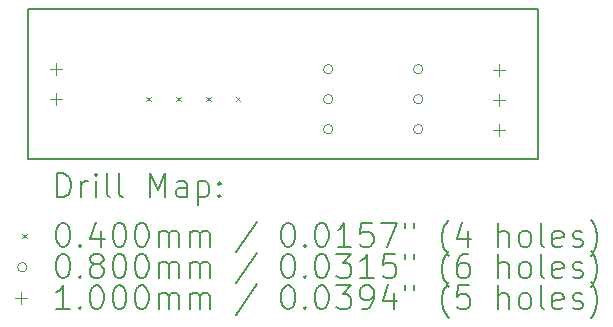
<source format=gbr>
%FSLAX45Y45*%
G04 Gerber Fmt 4.5, Leading zero omitted, Abs format (unit mm)*
G04 Created by KiCad (PCBNEW (6.0.1)) date 2022-09-12 21:50:25*
%MOMM*%
%LPD*%
G01*
G04 APERTURE LIST*
%TA.AperFunction,Profile*%
%ADD10C,0.200000*%
%TD*%
%ADD11C,0.200000*%
%ADD12C,0.040000*%
%ADD13C,0.080000*%
%ADD14C,0.100000*%
G04 APERTURE END LIST*
D10*
X11684000Y-7874000D02*
X16002000Y-7874000D01*
X16002000Y-9144000D02*
X11684000Y-9144000D01*
X11684000Y-9144000D02*
X11684000Y-7874000D01*
X16002000Y-7874000D02*
X16002000Y-9144000D01*
D11*
D12*
X12681488Y-8614512D02*
X12721488Y-8654512D01*
X12721488Y-8614512D02*
X12681488Y-8654512D01*
X12935488Y-8614512D02*
X12975488Y-8654512D01*
X12975488Y-8614512D02*
X12935488Y-8654512D01*
X13189488Y-8614512D02*
X13229488Y-8654512D01*
X13229488Y-8614512D02*
X13189488Y-8654512D01*
X13440512Y-8614512D02*
X13480512Y-8654512D01*
X13480512Y-8614512D02*
X13440512Y-8654512D01*
D13*
X14264000Y-8382000D02*
G75*
G03*
X14264000Y-8382000I-40000J0D01*
G01*
X14264000Y-8636000D02*
G75*
G03*
X14264000Y-8636000I-40000J0D01*
G01*
X14264000Y-8890000D02*
G75*
G03*
X14264000Y-8890000I-40000J0D01*
G01*
X15026000Y-8382000D02*
G75*
G03*
X15026000Y-8382000I-40000J0D01*
G01*
X15026000Y-8636000D02*
G75*
G03*
X15026000Y-8636000I-40000J0D01*
G01*
X15026000Y-8890000D02*
G75*
G03*
X15026000Y-8890000I-40000J0D01*
G01*
D14*
X11921497Y-8330657D02*
X11921497Y-8430657D01*
X11871497Y-8380657D02*
X11971497Y-8380657D01*
X11921497Y-8584657D02*
X11921497Y-8684657D01*
X11871497Y-8634657D02*
X11971497Y-8634657D01*
X15667214Y-8337629D02*
X15667214Y-8437629D01*
X15617214Y-8387629D02*
X15717214Y-8387629D01*
X15667214Y-8591629D02*
X15667214Y-8691629D01*
X15617214Y-8641629D02*
X15717214Y-8641629D01*
X15667214Y-8845629D02*
X15667214Y-8945629D01*
X15617214Y-8895629D02*
X15717214Y-8895629D01*
D11*
X11931619Y-9464476D02*
X11931619Y-9264476D01*
X11979238Y-9264476D01*
X12007809Y-9274000D01*
X12026857Y-9293048D01*
X12036381Y-9312095D01*
X12045905Y-9350190D01*
X12045905Y-9378762D01*
X12036381Y-9416857D01*
X12026857Y-9435905D01*
X12007809Y-9454952D01*
X11979238Y-9464476D01*
X11931619Y-9464476D01*
X12131619Y-9464476D02*
X12131619Y-9331143D01*
X12131619Y-9369238D02*
X12141143Y-9350190D01*
X12150667Y-9340667D01*
X12169714Y-9331143D01*
X12188762Y-9331143D01*
X12255428Y-9464476D02*
X12255428Y-9331143D01*
X12255428Y-9264476D02*
X12245905Y-9274000D01*
X12255428Y-9283524D01*
X12264952Y-9274000D01*
X12255428Y-9264476D01*
X12255428Y-9283524D01*
X12379238Y-9464476D02*
X12360190Y-9454952D01*
X12350667Y-9435905D01*
X12350667Y-9264476D01*
X12484000Y-9464476D02*
X12464952Y-9454952D01*
X12455428Y-9435905D01*
X12455428Y-9264476D01*
X12712571Y-9464476D02*
X12712571Y-9264476D01*
X12779238Y-9407333D01*
X12845905Y-9264476D01*
X12845905Y-9464476D01*
X13026857Y-9464476D02*
X13026857Y-9359714D01*
X13017333Y-9340667D01*
X12998286Y-9331143D01*
X12960190Y-9331143D01*
X12941143Y-9340667D01*
X13026857Y-9454952D02*
X13007809Y-9464476D01*
X12960190Y-9464476D01*
X12941143Y-9454952D01*
X12931619Y-9435905D01*
X12931619Y-9416857D01*
X12941143Y-9397810D01*
X12960190Y-9388286D01*
X13007809Y-9388286D01*
X13026857Y-9378762D01*
X13122095Y-9331143D02*
X13122095Y-9531143D01*
X13122095Y-9340667D02*
X13141143Y-9331143D01*
X13179238Y-9331143D01*
X13198286Y-9340667D01*
X13207809Y-9350190D01*
X13217333Y-9369238D01*
X13217333Y-9426381D01*
X13207809Y-9445429D01*
X13198286Y-9454952D01*
X13179238Y-9464476D01*
X13141143Y-9464476D01*
X13122095Y-9454952D01*
X13303048Y-9445429D02*
X13312571Y-9454952D01*
X13303048Y-9464476D01*
X13293524Y-9454952D01*
X13303048Y-9445429D01*
X13303048Y-9464476D01*
X13303048Y-9340667D02*
X13312571Y-9350190D01*
X13303048Y-9359714D01*
X13293524Y-9350190D01*
X13303048Y-9340667D01*
X13303048Y-9359714D01*
D12*
X11634000Y-9774000D02*
X11674000Y-9814000D01*
X11674000Y-9774000D02*
X11634000Y-9814000D01*
D11*
X11969714Y-9684476D02*
X11988762Y-9684476D01*
X12007809Y-9694000D01*
X12017333Y-9703524D01*
X12026857Y-9722571D01*
X12036381Y-9760667D01*
X12036381Y-9808286D01*
X12026857Y-9846381D01*
X12017333Y-9865429D01*
X12007809Y-9874952D01*
X11988762Y-9884476D01*
X11969714Y-9884476D01*
X11950667Y-9874952D01*
X11941143Y-9865429D01*
X11931619Y-9846381D01*
X11922095Y-9808286D01*
X11922095Y-9760667D01*
X11931619Y-9722571D01*
X11941143Y-9703524D01*
X11950667Y-9694000D01*
X11969714Y-9684476D01*
X12122095Y-9865429D02*
X12131619Y-9874952D01*
X12122095Y-9884476D01*
X12112571Y-9874952D01*
X12122095Y-9865429D01*
X12122095Y-9884476D01*
X12303048Y-9751143D02*
X12303048Y-9884476D01*
X12255428Y-9674952D02*
X12207809Y-9817810D01*
X12331619Y-9817810D01*
X12445905Y-9684476D02*
X12464952Y-9684476D01*
X12484000Y-9694000D01*
X12493524Y-9703524D01*
X12503048Y-9722571D01*
X12512571Y-9760667D01*
X12512571Y-9808286D01*
X12503048Y-9846381D01*
X12493524Y-9865429D01*
X12484000Y-9874952D01*
X12464952Y-9884476D01*
X12445905Y-9884476D01*
X12426857Y-9874952D01*
X12417333Y-9865429D01*
X12407809Y-9846381D01*
X12398286Y-9808286D01*
X12398286Y-9760667D01*
X12407809Y-9722571D01*
X12417333Y-9703524D01*
X12426857Y-9694000D01*
X12445905Y-9684476D01*
X12636381Y-9684476D02*
X12655428Y-9684476D01*
X12674476Y-9694000D01*
X12684000Y-9703524D01*
X12693524Y-9722571D01*
X12703048Y-9760667D01*
X12703048Y-9808286D01*
X12693524Y-9846381D01*
X12684000Y-9865429D01*
X12674476Y-9874952D01*
X12655428Y-9884476D01*
X12636381Y-9884476D01*
X12617333Y-9874952D01*
X12607809Y-9865429D01*
X12598286Y-9846381D01*
X12588762Y-9808286D01*
X12588762Y-9760667D01*
X12598286Y-9722571D01*
X12607809Y-9703524D01*
X12617333Y-9694000D01*
X12636381Y-9684476D01*
X12788762Y-9884476D02*
X12788762Y-9751143D01*
X12788762Y-9770190D02*
X12798286Y-9760667D01*
X12817333Y-9751143D01*
X12845905Y-9751143D01*
X12864952Y-9760667D01*
X12874476Y-9779714D01*
X12874476Y-9884476D01*
X12874476Y-9779714D02*
X12884000Y-9760667D01*
X12903048Y-9751143D01*
X12931619Y-9751143D01*
X12950667Y-9760667D01*
X12960190Y-9779714D01*
X12960190Y-9884476D01*
X13055428Y-9884476D02*
X13055428Y-9751143D01*
X13055428Y-9770190D02*
X13064952Y-9760667D01*
X13084000Y-9751143D01*
X13112571Y-9751143D01*
X13131619Y-9760667D01*
X13141143Y-9779714D01*
X13141143Y-9884476D01*
X13141143Y-9779714D02*
X13150667Y-9760667D01*
X13169714Y-9751143D01*
X13198286Y-9751143D01*
X13217333Y-9760667D01*
X13226857Y-9779714D01*
X13226857Y-9884476D01*
X13617333Y-9674952D02*
X13445905Y-9932095D01*
X13874476Y-9684476D02*
X13893524Y-9684476D01*
X13912571Y-9694000D01*
X13922095Y-9703524D01*
X13931619Y-9722571D01*
X13941143Y-9760667D01*
X13941143Y-9808286D01*
X13931619Y-9846381D01*
X13922095Y-9865429D01*
X13912571Y-9874952D01*
X13893524Y-9884476D01*
X13874476Y-9884476D01*
X13855428Y-9874952D01*
X13845905Y-9865429D01*
X13836381Y-9846381D01*
X13826857Y-9808286D01*
X13826857Y-9760667D01*
X13836381Y-9722571D01*
X13845905Y-9703524D01*
X13855428Y-9694000D01*
X13874476Y-9684476D01*
X14026857Y-9865429D02*
X14036381Y-9874952D01*
X14026857Y-9884476D01*
X14017333Y-9874952D01*
X14026857Y-9865429D01*
X14026857Y-9884476D01*
X14160190Y-9684476D02*
X14179238Y-9684476D01*
X14198286Y-9694000D01*
X14207809Y-9703524D01*
X14217333Y-9722571D01*
X14226857Y-9760667D01*
X14226857Y-9808286D01*
X14217333Y-9846381D01*
X14207809Y-9865429D01*
X14198286Y-9874952D01*
X14179238Y-9884476D01*
X14160190Y-9884476D01*
X14141143Y-9874952D01*
X14131619Y-9865429D01*
X14122095Y-9846381D01*
X14112571Y-9808286D01*
X14112571Y-9760667D01*
X14122095Y-9722571D01*
X14131619Y-9703524D01*
X14141143Y-9694000D01*
X14160190Y-9684476D01*
X14417333Y-9884476D02*
X14303048Y-9884476D01*
X14360190Y-9884476D02*
X14360190Y-9684476D01*
X14341143Y-9713048D01*
X14322095Y-9732095D01*
X14303048Y-9741619D01*
X14598286Y-9684476D02*
X14503048Y-9684476D01*
X14493524Y-9779714D01*
X14503048Y-9770190D01*
X14522095Y-9760667D01*
X14569714Y-9760667D01*
X14588762Y-9770190D01*
X14598286Y-9779714D01*
X14607809Y-9798762D01*
X14607809Y-9846381D01*
X14598286Y-9865429D01*
X14588762Y-9874952D01*
X14569714Y-9884476D01*
X14522095Y-9884476D01*
X14503048Y-9874952D01*
X14493524Y-9865429D01*
X14674476Y-9684476D02*
X14807809Y-9684476D01*
X14722095Y-9884476D01*
X14874476Y-9684476D02*
X14874476Y-9722571D01*
X14950667Y-9684476D02*
X14950667Y-9722571D01*
X15245905Y-9960667D02*
X15236381Y-9951143D01*
X15217333Y-9922571D01*
X15207809Y-9903524D01*
X15198286Y-9874952D01*
X15188762Y-9827333D01*
X15188762Y-9789238D01*
X15198286Y-9741619D01*
X15207809Y-9713048D01*
X15217333Y-9694000D01*
X15236381Y-9665429D01*
X15245905Y-9655905D01*
X15407809Y-9751143D02*
X15407809Y-9884476D01*
X15360190Y-9674952D02*
X15312571Y-9817810D01*
X15436381Y-9817810D01*
X15664952Y-9884476D02*
X15664952Y-9684476D01*
X15750667Y-9884476D02*
X15750667Y-9779714D01*
X15741143Y-9760667D01*
X15722095Y-9751143D01*
X15693524Y-9751143D01*
X15674476Y-9760667D01*
X15664952Y-9770190D01*
X15874476Y-9884476D02*
X15855428Y-9874952D01*
X15845905Y-9865429D01*
X15836381Y-9846381D01*
X15836381Y-9789238D01*
X15845905Y-9770190D01*
X15855428Y-9760667D01*
X15874476Y-9751143D01*
X15903048Y-9751143D01*
X15922095Y-9760667D01*
X15931619Y-9770190D01*
X15941143Y-9789238D01*
X15941143Y-9846381D01*
X15931619Y-9865429D01*
X15922095Y-9874952D01*
X15903048Y-9884476D01*
X15874476Y-9884476D01*
X16055428Y-9884476D02*
X16036381Y-9874952D01*
X16026857Y-9855905D01*
X16026857Y-9684476D01*
X16207809Y-9874952D02*
X16188762Y-9884476D01*
X16150667Y-9884476D01*
X16131619Y-9874952D01*
X16122095Y-9855905D01*
X16122095Y-9779714D01*
X16131619Y-9760667D01*
X16150667Y-9751143D01*
X16188762Y-9751143D01*
X16207809Y-9760667D01*
X16217333Y-9779714D01*
X16217333Y-9798762D01*
X16122095Y-9817810D01*
X16293524Y-9874952D02*
X16312571Y-9884476D01*
X16350667Y-9884476D01*
X16369714Y-9874952D01*
X16379238Y-9855905D01*
X16379238Y-9846381D01*
X16369714Y-9827333D01*
X16350667Y-9817810D01*
X16322095Y-9817810D01*
X16303048Y-9808286D01*
X16293524Y-9789238D01*
X16293524Y-9779714D01*
X16303048Y-9760667D01*
X16322095Y-9751143D01*
X16350667Y-9751143D01*
X16369714Y-9760667D01*
X16445905Y-9960667D02*
X16455428Y-9951143D01*
X16474476Y-9922571D01*
X16484000Y-9903524D01*
X16493524Y-9874952D01*
X16503048Y-9827333D01*
X16503048Y-9789238D01*
X16493524Y-9741619D01*
X16484000Y-9713048D01*
X16474476Y-9694000D01*
X16455428Y-9665429D01*
X16445905Y-9655905D01*
D13*
X11674000Y-10058000D02*
G75*
G03*
X11674000Y-10058000I-40000J0D01*
G01*
D11*
X11969714Y-9948476D02*
X11988762Y-9948476D01*
X12007809Y-9958000D01*
X12017333Y-9967524D01*
X12026857Y-9986571D01*
X12036381Y-10024667D01*
X12036381Y-10072286D01*
X12026857Y-10110381D01*
X12017333Y-10129429D01*
X12007809Y-10138952D01*
X11988762Y-10148476D01*
X11969714Y-10148476D01*
X11950667Y-10138952D01*
X11941143Y-10129429D01*
X11931619Y-10110381D01*
X11922095Y-10072286D01*
X11922095Y-10024667D01*
X11931619Y-9986571D01*
X11941143Y-9967524D01*
X11950667Y-9958000D01*
X11969714Y-9948476D01*
X12122095Y-10129429D02*
X12131619Y-10138952D01*
X12122095Y-10148476D01*
X12112571Y-10138952D01*
X12122095Y-10129429D01*
X12122095Y-10148476D01*
X12245905Y-10034190D02*
X12226857Y-10024667D01*
X12217333Y-10015143D01*
X12207809Y-9996095D01*
X12207809Y-9986571D01*
X12217333Y-9967524D01*
X12226857Y-9958000D01*
X12245905Y-9948476D01*
X12284000Y-9948476D01*
X12303048Y-9958000D01*
X12312571Y-9967524D01*
X12322095Y-9986571D01*
X12322095Y-9996095D01*
X12312571Y-10015143D01*
X12303048Y-10024667D01*
X12284000Y-10034190D01*
X12245905Y-10034190D01*
X12226857Y-10043714D01*
X12217333Y-10053238D01*
X12207809Y-10072286D01*
X12207809Y-10110381D01*
X12217333Y-10129429D01*
X12226857Y-10138952D01*
X12245905Y-10148476D01*
X12284000Y-10148476D01*
X12303048Y-10138952D01*
X12312571Y-10129429D01*
X12322095Y-10110381D01*
X12322095Y-10072286D01*
X12312571Y-10053238D01*
X12303048Y-10043714D01*
X12284000Y-10034190D01*
X12445905Y-9948476D02*
X12464952Y-9948476D01*
X12484000Y-9958000D01*
X12493524Y-9967524D01*
X12503048Y-9986571D01*
X12512571Y-10024667D01*
X12512571Y-10072286D01*
X12503048Y-10110381D01*
X12493524Y-10129429D01*
X12484000Y-10138952D01*
X12464952Y-10148476D01*
X12445905Y-10148476D01*
X12426857Y-10138952D01*
X12417333Y-10129429D01*
X12407809Y-10110381D01*
X12398286Y-10072286D01*
X12398286Y-10024667D01*
X12407809Y-9986571D01*
X12417333Y-9967524D01*
X12426857Y-9958000D01*
X12445905Y-9948476D01*
X12636381Y-9948476D02*
X12655428Y-9948476D01*
X12674476Y-9958000D01*
X12684000Y-9967524D01*
X12693524Y-9986571D01*
X12703048Y-10024667D01*
X12703048Y-10072286D01*
X12693524Y-10110381D01*
X12684000Y-10129429D01*
X12674476Y-10138952D01*
X12655428Y-10148476D01*
X12636381Y-10148476D01*
X12617333Y-10138952D01*
X12607809Y-10129429D01*
X12598286Y-10110381D01*
X12588762Y-10072286D01*
X12588762Y-10024667D01*
X12598286Y-9986571D01*
X12607809Y-9967524D01*
X12617333Y-9958000D01*
X12636381Y-9948476D01*
X12788762Y-10148476D02*
X12788762Y-10015143D01*
X12788762Y-10034190D02*
X12798286Y-10024667D01*
X12817333Y-10015143D01*
X12845905Y-10015143D01*
X12864952Y-10024667D01*
X12874476Y-10043714D01*
X12874476Y-10148476D01*
X12874476Y-10043714D02*
X12884000Y-10024667D01*
X12903048Y-10015143D01*
X12931619Y-10015143D01*
X12950667Y-10024667D01*
X12960190Y-10043714D01*
X12960190Y-10148476D01*
X13055428Y-10148476D02*
X13055428Y-10015143D01*
X13055428Y-10034190D02*
X13064952Y-10024667D01*
X13084000Y-10015143D01*
X13112571Y-10015143D01*
X13131619Y-10024667D01*
X13141143Y-10043714D01*
X13141143Y-10148476D01*
X13141143Y-10043714D02*
X13150667Y-10024667D01*
X13169714Y-10015143D01*
X13198286Y-10015143D01*
X13217333Y-10024667D01*
X13226857Y-10043714D01*
X13226857Y-10148476D01*
X13617333Y-9938952D02*
X13445905Y-10196095D01*
X13874476Y-9948476D02*
X13893524Y-9948476D01*
X13912571Y-9958000D01*
X13922095Y-9967524D01*
X13931619Y-9986571D01*
X13941143Y-10024667D01*
X13941143Y-10072286D01*
X13931619Y-10110381D01*
X13922095Y-10129429D01*
X13912571Y-10138952D01*
X13893524Y-10148476D01*
X13874476Y-10148476D01*
X13855428Y-10138952D01*
X13845905Y-10129429D01*
X13836381Y-10110381D01*
X13826857Y-10072286D01*
X13826857Y-10024667D01*
X13836381Y-9986571D01*
X13845905Y-9967524D01*
X13855428Y-9958000D01*
X13874476Y-9948476D01*
X14026857Y-10129429D02*
X14036381Y-10138952D01*
X14026857Y-10148476D01*
X14017333Y-10138952D01*
X14026857Y-10129429D01*
X14026857Y-10148476D01*
X14160190Y-9948476D02*
X14179238Y-9948476D01*
X14198286Y-9958000D01*
X14207809Y-9967524D01*
X14217333Y-9986571D01*
X14226857Y-10024667D01*
X14226857Y-10072286D01*
X14217333Y-10110381D01*
X14207809Y-10129429D01*
X14198286Y-10138952D01*
X14179238Y-10148476D01*
X14160190Y-10148476D01*
X14141143Y-10138952D01*
X14131619Y-10129429D01*
X14122095Y-10110381D01*
X14112571Y-10072286D01*
X14112571Y-10024667D01*
X14122095Y-9986571D01*
X14131619Y-9967524D01*
X14141143Y-9958000D01*
X14160190Y-9948476D01*
X14293524Y-9948476D02*
X14417333Y-9948476D01*
X14350667Y-10024667D01*
X14379238Y-10024667D01*
X14398286Y-10034190D01*
X14407809Y-10043714D01*
X14417333Y-10062762D01*
X14417333Y-10110381D01*
X14407809Y-10129429D01*
X14398286Y-10138952D01*
X14379238Y-10148476D01*
X14322095Y-10148476D01*
X14303048Y-10138952D01*
X14293524Y-10129429D01*
X14607809Y-10148476D02*
X14493524Y-10148476D01*
X14550667Y-10148476D02*
X14550667Y-9948476D01*
X14531619Y-9977048D01*
X14512571Y-9996095D01*
X14493524Y-10005619D01*
X14788762Y-9948476D02*
X14693524Y-9948476D01*
X14684000Y-10043714D01*
X14693524Y-10034190D01*
X14712571Y-10024667D01*
X14760190Y-10024667D01*
X14779238Y-10034190D01*
X14788762Y-10043714D01*
X14798286Y-10062762D01*
X14798286Y-10110381D01*
X14788762Y-10129429D01*
X14779238Y-10138952D01*
X14760190Y-10148476D01*
X14712571Y-10148476D01*
X14693524Y-10138952D01*
X14684000Y-10129429D01*
X14874476Y-9948476D02*
X14874476Y-9986571D01*
X14950667Y-9948476D02*
X14950667Y-9986571D01*
X15245905Y-10224667D02*
X15236381Y-10215143D01*
X15217333Y-10186571D01*
X15207809Y-10167524D01*
X15198286Y-10138952D01*
X15188762Y-10091333D01*
X15188762Y-10053238D01*
X15198286Y-10005619D01*
X15207809Y-9977048D01*
X15217333Y-9958000D01*
X15236381Y-9929429D01*
X15245905Y-9919905D01*
X15407809Y-9948476D02*
X15369714Y-9948476D01*
X15350667Y-9958000D01*
X15341143Y-9967524D01*
X15322095Y-9996095D01*
X15312571Y-10034190D01*
X15312571Y-10110381D01*
X15322095Y-10129429D01*
X15331619Y-10138952D01*
X15350667Y-10148476D01*
X15388762Y-10148476D01*
X15407809Y-10138952D01*
X15417333Y-10129429D01*
X15426857Y-10110381D01*
X15426857Y-10062762D01*
X15417333Y-10043714D01*
X15407809Y-10034190D01*
X15388762Y-10024667D01*
X15350667Y-10024667D01*
X15331619Y-10034190D01*
X15322095Y-10043714D01*
X15312571Y-10062762D01*
X15664952Y-10148476D02*
X15664952Y-9948476D01*
X15750667Y-10148476D02*
X15750667Y-10043714D01*
X15741143Y-10024667D01*
X15722095Y-10015143D01*
X15693524Y-10015143D01*
X15674476Y-10024667D01*
X15664952Y-10034190D01*
X15874476Y-10148476D02*
X15855428Y-10138952D01*
X15845905Y-10129429D01*
X15836381Y-10110381D01*
X15836381Y-10053238D01*
X15845905Y-10034190D01*
X15855428Y-10024667D01*
X15874476Y-10015143D01*
X15903048Y-10015143D01*
X15922095Y-10024667D01*
X15931619Y-10034190D01*
X15941143Y-10053238D01*
X15941143Y-10110381D01*
X15931619Y-10129429D01*
X15922095Y-10138952D01*
X15903048Y-10148476D01*
X15874476Y-10148476D01*
X16055428Y-10148476D02*
X16036381Y-10138952D01*
X16026857Y-10119905D01*
X16026857Y-9948476D01*
X16207809Y-10138952D02*
X16188762Y-10148476D01*
X16150667Y-10148476D01*
X16131619Y-10138952D01*
X16122095Y-10119905D01*
X16122095Y-10043714D01*
X16131619Y-10024667D01*
X16150667Y-10015143D01*
X16188762Y-10015143D01*
X16207809Y-10024667D01*
X16217333Y-10043714D01*
X16217333Y-10062762D01*
X16122095Y-10081810D01*
X16293524Y-10138952D02*
X16312571Y-10148476D01*
X16350667Y-10148476D01*
X16369714Y-10138952D01*
X16379238Y-10119905D01*
X16379238Y-10110381D01*
X16369714Y-10091333D01*
X16350667Y-10081810D01*
X16322095Y-10081810D01*
X16303048Y-10072286D01*
X16293524Y-10053238D01*
X16293524Y-10043714D01*
X16303048Y-10024667D01*
X16322095Y-10015143D01*
X16350667Y-10015143D01*
X16369714Y-10024667D01*
X16445905Y-10224667D02*
X16455428Y-10215143D01*
X16474476Y-10186571D01*
X16484000Y-10167524D01*
X16493524Y-10138952D01*
X16503048Y-10091333D01*
X16503048Y-10053238D01*
X16493524Y-10005619D01*
X16484000Y-9977048D01*
X16474476Y-9958000D01*
X16455428Y-9929429D01*
X16445905Y-9919905D01*
D14*
X11624000Y-10272000D02*
X11624000Y-10372000D01*
X11574000Y-10322000D02*
X11674000Y-10322000D01*
D11*
X12036381Y-10412476D02*
X11922095Y-10412476D01*
X11979238Y-10412476D02*
X11979238Y-10212476D01*
X11960190Y-10241048D01*
X11941143Y-10260095D01*
X11922095Y-10269619D01*
X12122095Y-10393429D02*
X12131619Y-10402952D01*
X12122095Y-10412476D01*
X12112571Y-10402952D01*
X12122095Y-10393429D01*
X12122095Y-10412476D01*
X12255428Y-10212476D02*
X12274476Y-10212476D01*
X12293524Y-10222000D01*
X12303048Y-10231524D01*
X12312571Y-10250571D01*
X12322095Y-10288667D01*
X12322095Y-10336286D01*
X12312571Y-10374381D01*
X12303048Y-10393429D01*
X12293524Y-10402952D01*
X12274476Y-10412476D01*
X12255428Y-10412476D01*
X12236381Y-10402952D01*
X12226857Y-10393429D01*
X12217333Y-10374381D01*
X12207809Y-10336286D01*
X12207809Y-10288667D01*
X12217333Y-10250571D01*
X12226857Y-10231524D01*
X12236381Y-10222000D01*
X12255428Y-10212476D01*
X12445905Y-10212476D02*
X12464952Y-10212476D01*
X12484000Y-10222000D01*
X12493524Y-10231524D01*
X12503048Y-10250571D01*
X12512571Y-10288667D01*
X12512571Y-10336286D01*
X12503048Y-10374381D01*
X12493524Y-10393429D01*
X12484000Y-10402952D01*
X12464952Y-10412476D01*
X12445905Y-10412476D01*
X12426857Y-10402952D01*
X12417333Y-10393429D01*
X12407809Y-10374381D01*
X12398286Y-10336286D01*
X12398286Y-10288667D01*
X12407809Y-10250571D01*
X12417333Y-10231524D01*
X12426857Y-10222000D01*
X12445905Y-10212476D01*
X12636381Y-10212476D02*
X12655428Y-10212476D01*
X12674476Y-10222000D01*
X12684000Y-10231524D01*
X12693524Y-10250571D01*
X12703048Y-10288667D01*
X12703048Y-10336286D01*
X12693524Y-10374381D01*
X12684000Y-10393429D01*
X12674476Y-10402952D01*
X12655428Y-10412476D01*
X12636381Y-10412476D01*
X12617333Y-10402952D01*
X12607809Y-10393429D01*
X12598286Y-10374381D01*
X12588762Y-10336286D01*
X12588762Y-10288667D01*
X12598286Y-10250571D01*
X12607809Y-10231524D01*
X12617333Y-10222000D01*
X12636381Y-10212476D01*
X12788762Y-10412476D02*
X12788762Y-10279143D01*
X12788762Y-10298190D02*
X12798286Y-10288667D01*
X12817333Y-10279143D01*
X12845905Y-10279143D01*
X12864952Y-10288667D01*
X12874476Y-10307714D01*
X12874476Y-10412476D01*
X12874476Y-10307714D02*
X12884000Y-10288667D01*
X12903048Y-10279143D01*
X12931619Y-10279143D01*
X12950667Y-10288667D01*
X12960190Y-10307714D01*
X12960190Y-10412476D01*
X13055428Y-10412476D02*
X13055428Y-10279143D01*
X13055428Y-10298190D02*
X13064952Y-10288667D01*
X13084000Y-10279143D01*
X13112571Y-10279143D01*
X13131619Y-10288667D01*
X13141143Y-10307714D01*
X13141143Y-10412476D01*
X13141143Y-10307714D02*
X13150667Y-10288667D01*
X13169714Y-10279143D01*
X13198286Y-10279143D01*
X13217333Y-10288667D01*
X13226857Y-10307714D01*
X13226857Y-10412476D01*
X13617333Y-10202952D02*
X13445905Y-10460095D01*
X13874476Y-10212476D02*
X13893524Y-10212476D01*
X13912571Y-10222000D01*
X13922095Y-10231524D01*
X13931619Y-10250571D01*
X13941143Y-10288667D01*
X13941143Y-10336286D01*
X13931619Y-10374381D01*
X13922095Y-10393429D01*
X13912571Y-10402952D01*
X13893524Y-10412476D01*
X13874476Y-10412476D01*
X13855428Y-10402952D01*
X13845905Y-10393429D01*
X13836381Y-10374381D01*
X13826857Y-10336286D01*
X13826857Y-10288667D01*
X13836381Y-10250571D01*
X13845905Y-10231524D01*
X13855428Y-10222000D01*
X13874476Y-10212476D01*
X14026857Y-10393429D02*
X14036381Y-10402952D01*
X14026857Y-10412476D01*
X14017333Y-10402952D01*
X14026857Y-10393429D01*
X14026857Y-10412476D01*
X14160190Y-10212476D02*
X14179238Y-10212476D01*
X14198286Y-10222000D01*
X14207809Y-10231524D01*
X14217333Y-10250571D01*
X14226857Y-10288667D01*
X14226857Y-10336286D01*
X14217333Y-10374381D01*
X14207809Y-10393429D01*
X14198286Y-10402952D01*
X14179238Y-10412476D01*
X14160190Y-10412476D01*
X14141143Y-10402952D01*
X14131619Y-10393429D01*
X14122095Y-10374381D01*
X14112571Y-10336286D01*
X14112571Y-10288667D01*
X14122095Y-10250571D01*
X14131619Y-10231524D01*
X14141143Y-10222000D01*
X14160190Y-10212476D01*
X14293524Y-10212476D02*
X14417333Y-10212476D01*
X14350667Y-10288667D01*
X14379238Y-10288667D01*
X14398286Y-10298190D01*
X14407809Y-10307714D01*
X14417333Y-10326762D01*
X14417333Y-10374381D01*
X14407809Y-10393429D01*
X14398286Y-10402952D01*
X14379238Y-10412476D01*
X14322095Y-10412476D01*
X14303048Y-10402952D01*
X14293524Y-10393429D01*
X14512571Y-10412476D02*
X14550667Y-10412476D01*
X14569714Y-10402952D01*
X14579238Y-10393429D01*
X14598286Y-10364857D01*
X14607809Y-10326762D01*
X14607809Y-10250571D01*
X14598286Y-10231524D01*
X14588762Y-10222000D01*
X14569714Y-10212476D01*
X14531619Y-10212476D01*
X14512571Y-10222000D01*
X14503048Y-10231524D01*
X14493524Y-10250571D01*
X14493524Y-10298190D01*
X14503048Y-10317238D01*
X14512571Y-10326762D01*
X14531619Y-10336286D01*
X14569714Y-10336286D01*
X14588762Y-10326762D01*
X14598286Y-10317238D01*
X14607809Y-10298190D01*
X14779238Y-10279143D02*
X14779238Y-10412476D01*
X14731619Y-10202952D02*
X14684000Y-10345810D01*
X14807809Y-10345810D01*
X14874476Y-10212476D02*
X14874476Y-10250571D01*
X14950667Y-10212476D02*
X14950667Y-10250571D01*
X15245905Y-10488667D02*
X15236381Y-10479143D01*
X15217333Y-10450571D01*
X15207809Y-10431524D01*
X15198286Y-10402952D01*
X15188762Y-10355333D01*
X15188762Y-10317238D01*
X15198286Y-10269619D01*
X15207809Y-10241048D01*
X15217333Y-10222000D01*
X15236381Y-10193429D01*
X15245905Y-10183905D01*
X15417333Y-10212476D02*
X15322095Y-10212476D01*
X15312571Y-10307714D01*
X15322095Y-10298190D01*
X15341143Y-10288667D01*
X15388762Y-10288667D01*
X15407809Y-10298190D01*
X15417333Y-10307714D01*
X15426857Y-10326762D01*
X15426857Y-10374381D01*
X15417333Y-10393429D01*
X15407809Y-10402952D01*
X15388762Y-10412476D01*
X15341143Y-10412476D01*
X15322095Y-10402952D01*
X15312571Y-10393429D01*
X15664952Y-10412476D02*
X15664952Y-10212476D01*
X15750667Y-10412476D02*
X15750667Y-10307714D01*
X15741143Y-10288667D01*
X15722095Y-10279143D01*
X15693524Y-10279143D01*
X15674476Y-10288667D01*
X15664952Y-10298190D01*
X15874476Y-10412476D02*
X15855428Y-10402952D01*
X15845905Y-10393429D01*
X15836381Y-10374381D01*
X15836381Y-10317238D01*
X15845905Y-10298190D01*
X15855428Y-10288667D01*
X15874476Y-10279143D01*
X15903048Y-10279143D01*
X15922095Y-10288667D01*
X15931619Y-10298190D01*
X15941143Y-10317238D01*
X15941143Y-10374381D01*
X15931619Y-10393429D01*
X15922095Y-10402952D01*
X15903048Y-10412476D01*
X15874476Y-10412476D01*
X16055428Y-10412476D02*
X16036381Y-10402952D01*
X16026857Y-10383905D01*
X16026857Y-10212476D01*
X16207809Y-10402952D02*
X16188762Y-10412476D01*
X16150667Y-10412476D01*
X16131619Y-10402952D01*
X16122095Y-10383905D01*
X16122095Y-10307714D01*
X16131619Y-10288667D01*
X16150667Y-10279143D01*
X16188762Y-10279143D01*
X16207809Y-10288667D01*
X16217333Y-10307714D01*
X16217333Y-10326762D01*
X16122095Y-10345810D01*
X16293524Y-10402952D02*
X16312571Y-10412476D01*
X16350667Y-10412476D01*
X16369714Y-10402952D01*
X16379238Y-10383905D01*
X16379238Y-10374381D01*
X16369714Y-10355333D01*
X16350667Y-10345810D01*
X16322095Y-10345810D01*
X16303048Y-10336286D01*
X16293524Y-10317238D01*
X16293524Y-10307714D01*
X16303048Y-10288667D01*
X16322095Y-10279143D01*
X16350667Y-10279143D01*
X16369714Y-10288667D01*
X16445905Y-10488667D02*
X16455428Y-10479143D01*
X16474476Y-10450571D01*
X16484000Y-10431524D01*
X16493524Y-10402952D01*
X16503048Y-10355333D01*
X16503048Y-10317238D01*
X16493524Y-10269619D01*
X16484000Y-10241048D01*
X16474476Y-10222000D01*
X16455428Y-10193429D01*
X16445905Y-10183905D01*
M02*

</source>
